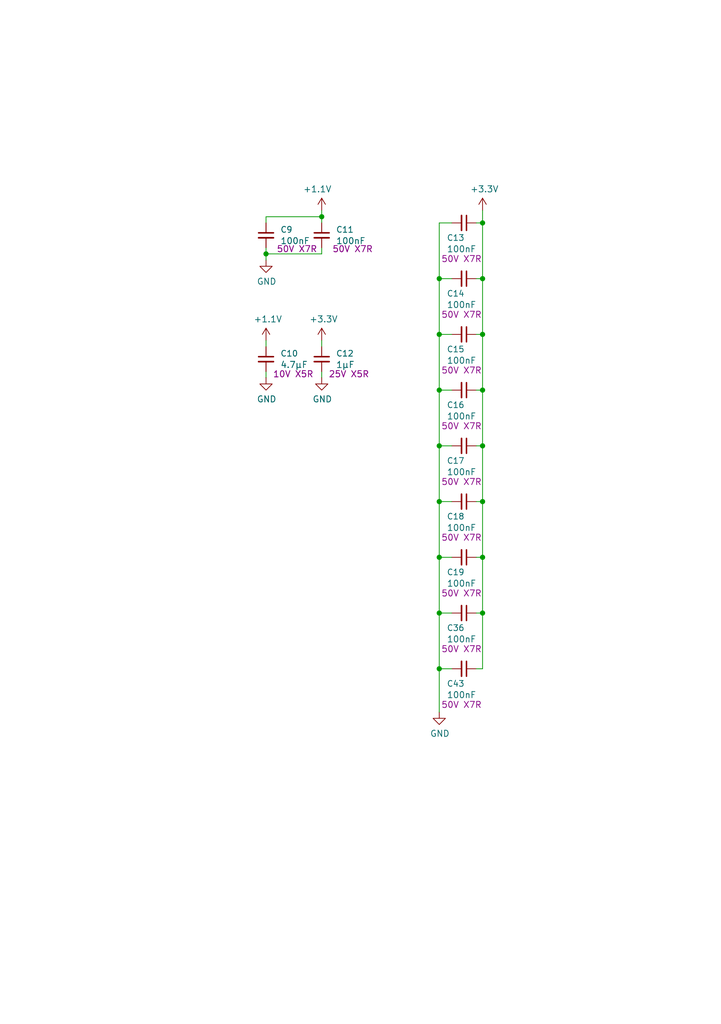
<source format=kicad_sch>
(kicad_sch (version 20250114) (generator "eeschema") (generator_version "9.0")
  (paper "A5" portrait)
  (title_block (title "GBSCSI2 Common Platform Core - RP2350 Decoupling") (date "2026-02-01") (rev "2.0") (comment 1 "Drawn by George R. M."))
  (lib_symbols
    (symbol "Device:C_Small" (pin_numbers (hide yes)) (pin_names (offset 0.254) (hide yes))
      (property "Reference" "C" (at 0.254 1.778 0))
      (property "Value" "C_Small" (at 0.254 -2.032 0))
      (symbol "C_Small_0_1"
        (polyline (pts (xy -1.524 0.508) (xy 1.524 0.508)) (stroke (width 0.3048)))
        (polyline (pts (xy -1.524 -0.508) (xy 1.524 -0.508)) (stroke (width 0.3302)))
      )
      (symbol "C_Small_1_1"
        (pin passive line (at 0 2.54 270) (length 2.032) (name "~") (number "1"))
        (pin passive line (at 0 -2.54 90) (length 2.032) (name "~") (number "2"))
      )
    )
    (symbol "power:+1V1" (power) (pin_names (offset 0))
      (property "Value" "+1V1" (at 0 3.556 0))
      (symbol "+1V1_0_1"
        (polyline (pts (xy -0.762 1.27) (xy 0 2.54)))
        (polyline (pts (xy 0 2.54) (xy 0.762 1.27)))
        (polyline (pts (xy 0 0) (xy 0 2.54)))
      )
      (symbol "+1V1_1_1"
        (pin power_in line (at 0 0 90) (length 0) (hide yes) (name "+1V1") (number "1"))
      )
    )
    (symbol "power:+3V3" (power) (pin_names (offset 0))
      (property "Value" "+3V3" (at 0 3.556 0))
      (symbol "+3V3_0_1"
        (polyline (pts (xy -0.762 1.27) (xy 0 2.54)))
        (polyline (pts (xy 0 2.54) (xy 0.762 1.27)))
        (polyline (pts (xy 0 0) (xy 0 2.54)))
      )
      (symbol "+3V3_1_1"
        (pin power_in line (at 0 0 90) (length 0) (hide yes) (name "+3V3") (number "1"))
      )
    )
    (symbol "power:GND" (power) (pin_numbers (hide yes)) (pin_names (offset 0) (hide yes))
      (property "Value" "GND" (at 0 -3.81 0))
      (symbol "GND_0_1"
        (polyline (pts (xy 0 0) (xy 0 -1.27) (xy 1.27 -1.27) (xy 0 -2.54) (xy -1.27 -1.27) (xy 0 -1.27)))
      )
      (symbol "GND_1_1"
        (pin power_in line (at 0 0 270) (length 0) (name "~") (number "1"))
      )
    )
  )
  (junction (at 99.06 114.3))
  (junction (at 99.06 45.72))
  (junction (at 90.17 68.58))
  (junction (at 99.06 91.44))
  (junction (at 99.06 80.01))
  (junction (at 90.17 114.3))
  (junction (at 99.06 68.58))
  (junction (at 90.17 80.01))
  (junction (at 90.17 57.15))
  (junction (at 99.06 125.73))
  (junction (at 99.06 102.87))
  (junction (at 90.17 137.16))
  (junction (at 54.61 52.07))
  (junction (at 90.17 91.44))
  (junction (at 90.17 125.73))
  (junction (at 99.06 57.15))
  (junction (at 66.04 44.45))
  (junction (at 90.17 102.87))
  (wire (pts (xy 99.06 43.18) (xy 99.06 45.72)))
  (wire (pts (xy 92.71 68.58) (xy 90.17 68.58)))
  (wire (pts (xy 90.17 137.16) (xy 90.17 146.05)))
  (wire (pts (xy 54.61 45.72) (xy 54.61 44.45)))
  (wire (pts (xy 66.04 76.2) (xy 66.04 77.47)))
  (wire (pts (xy 97.79 45.72) (xy 99.06 45.72)))
  (wire (pts (xy 90.17 91.44) (xy 90.17 102.87)))
  (wire (pts (xy 97.79 57.15) (xy 99.06 57.15)))
  (wire (pts (xy 66.04 71.12) (xy 66.04 69.85)))
  (wire (pts (xy 97.79 137.16) (xy 99.06 137.16)))
  (wire (pts (xy 92.71 45.72) (xy 90.17 45.72)))
  (wire (pts (xy 54.61 71.12) (xy 54.61 69.85)))
  (wire (pts (xy 54.61 44.45) (xy 66.04 44.45)))
  (wire (pts (xy 99.06 68.58) (xy 99.06 80.01)))
  (wire (pts (xy 90.17 102.87) (xy 90.17 114.3)))
  (wire (pts (xy 99.06 102.87) (xy 99.06 114.3)))
  (wire (pts (xy 99.06 57.15) (xy 99.06 68.58)))
  (wire (pts (xy 90.17 68.58) (xy 90.17 57.15)))
  (wire (pts (xy 92.71 91.44) (xy 90.17 91.44)))
  (wire (pts (xy 54.61 52.07) (xy 66.04 52.07)))
  (wire (pts (xy 90.17 137.16) (xy 92.71 137.16)))
  (wire (pts (xy 97.79 80.01) (xy 99.06 80.01)))
  (wire (pts (xy 97.79 68.58) (xy 99.06 68.58)))
  (wire (pts (xy 54.61 52.07) (xy 54.61 53.34)))
  (wire (pts (xy 92.71 80.01) (xy 90.17 80.01)))
  (wire (pts (xy 99.06 114.3) (xy 99.06 125.73)))
  (wire (pts (xy 97.79 114.3) (xy 99.06 114.3)))
  (wire (pts (xy 99.06 125.73) (xy 99.06 137.16)))
  (wire (pts (xy 97.79 102.87) (xy 99.06 102.87)))
  (wire (pts (xy 90.17 91.44) (xy 90.17 80.01)))
  (wire (pts (xy 92.71 57.15) (xy 90.17 57.15)))
  (wire (pts (xy 90.17 80.01) (xy 90.17 68.58)))
  (wire (pts (xy 90.17 125.73) (xy 90.17 137.16)))
  (wire (pts (xy 97.79 125.73) (xy 99.06 125.73)))
  (wire (pts (xy 54.61 50.8) (xy 54.61 52.07)))
  (wire (pts (xy 90.17 57.15) (xy 90.17 45.72)))
  (wire (pts (xy 90.17 114.3) (xy 90.17 125.73)))
  (wire (pts (xy 99.06 91.44) (xy 99.06 102.87)))
  (wire (pts (xy 99.06 45.72) (xy 99.06 57.15)))
  (wire (pts (xy 90.17 125.73) (xy 92.71 125.73)))
  (wire (pts (xy 54.61 76.2) (xy 54.61 77.47)))
  (wire (pts (xy 92.71 102.87) (xy 90.17 102.87)))
  (wire (pts (xy 66.04 45.72) (xy 66.04 44.45)))
  (wire (pts (xy 66.04 43.18) (xy 66.04 44.45)))
  (wire (pts (xy 99.06 80.01) (xy 99.06 91.44)))
  (wire (pts (xy 66.04 52.07) (xy 66.04 50.8)))
  (wire (pts (xy 92.71 114.3) (xy 90.17 114.3)))
  (wire (pts (xy 97.79 91.44) (xy 99.06 91.44)))
  (symbol (lib_id "Device:C_Small") (at 66.04 73.66 0) (unit 1)
    (property "Reference" "C12" (at 68.961 72.4916 0) (effects (font (size 1.2 1.2)) (justify left)))
    (property "Value" "1μF" (at 68.961 74.803 0) (effects (justify left)))
    (property "Footprint" "Capacitor_SMD:C_0402_1005Metric" (effects (hide yes)))
    (property "LCSC" "C52923" (effects (hide yes)))
    (property "Preferred MPN" "CL05A105KA5NQNC" (effects (hide yes)))
    (property "Alternate Part Number" "GRM155R61E105KA12D" (effects (hide yes)))
    (property "Nominal Preferred Characteristics" "25V X5R" (at 71.628 76.708 0))
    (property "Case/Package" "0402" (effects (hide yes)))
    (property "Dimensions" "1.0x0.5mm" (effects (hide yes)))
  )
  (symbol (lib_id "power:+1V1") (at 54.61 69.85 0) (unit 1)
    (property "Reference" "#PWR035" (effects (hide yes)))
    (property "Value" "+1.1V" (at 54.991 65.4558 0))
  )
  (symbol (lib_id "power:+3V3") (at 66.04 69.85 0) (unit 1)
    (property "Reference" "#PWR038" (effects (hide yes)))
    (property "Value" "+3.3V" (at 66.421 65.4558 0))
  )
  (symbol (lib_id "power:+1V1") (at 66.04 43.18 0) (unit 1)
    (property "Reference" "#PWR037" (effects (hide yes)))
    (property "Value" "+1.1V" (at 65.151 38.7858 0))
  )
  (symbol (lib_id "power:GND") (at 54.61 53.34 0) (unit 1)
    (property "Reference" "#PWR034" (effects (hide yes)))
    (property "Value" "GND" (at 54.737 57.7342 0))
  )
  (symbol (lib_id "Device:C_Small") (at 54.61 48.26 0) (unit 1)
    (property "Reference" "C9" (at 57.531 47.0916 0) (effects (font (size 1.2 1.2)) (justify left)))
    (property "Value" "100nF" (at 57.531 49.403 0) (effects (justify left)))
    (property "Footprint" "Capacitor_SMD:C_0402_1005Metric" (effects (hide yes)))
    (property "LCSC" "C307331" (effects (hide yes)))
    (property "Preferred MPN" "CL05B104KB54PNC" (effects (hide yes)))
    (property "Alternate Part Number" "GRM155R71H104KE14D" (effects (hide yes)))
    (property "Nominal Preferred Characteristics" "50V X7R" (at 60.96 51.054 0))
    (property "Case/Package" "0402" (effects (hide yes)))
    (property "Dimensions" "1.0x0.5mm" (effects (hide yes)))
  )
  (symbol (lib_id "Device:C_Small") (at 66.04 48.26 0) (unit 1)
    (property "Reference" "C11" (at 68.961 47.0916 0) (effects (font (size 1.2 1.2)) (justify left)))
    (property "Value" "100nF" (at 68.961 49.403 0) (effects (justify left)))
    (property "Footprint" "Capacitor_SMD:C_0402_1005Metric" (effects (hide yes)))
    (property "LCSC" "C307331" (effects (hide yes)))
    (property "Preferred MPN" "CL05B104KB54PNC" (effects (hide yes)))
    (property "Alternate Part Number" "GRM155R71H104KE14D" (effects (hide yes)))
    (property "Nominal Preferred Characteristics" "50V X7R" (at 72.39 51.054 0))
    (property "Case/Package" "0402" (effects (hide yes)))
    (property "Dimensions" "1.0x0.5mm" (effects (hide yes)))
  )
  (symbol (lib_id "Device:C_Small") (at 95.25 57.15 270) (unit 1)
    (property "Reference" "C14" (at 91.694 60.198 90) (effects (font (size 1.2 1.2)) (justify left)))
    (property "Value" "100nF" (at 91.694 62.5094 90) (effects (justify left)))
    (property "Footprint" "Capacitor_SMD:C_0402_1005Metric" (effects (hide yes)))
    (property "LCSC" "C307331" (effects (hide yes)))
    (property "Preferred MPN" "CL05B104KB54PNC" (effects (hide yes)))
    (property "Alternate Part Number" "GRM155R71H104KE14D" (effects (hide yes)))
    (property "Nominal Preferred Characteristics" "50V X7R" (at 94.742 64.516 90))
    (property "Case/Package" "0402" (effects (hide yes)))
    (property "Dimensions" "1.0x0.5mm" (effects (hide yes)))
  )
  (symbol (lib_id "Device:C_Small") (at 95.25 102.87 270) (unit 1)
    (property "Reference" "C18" (at 91.694 105.918 90) (effects (font (size 1.2 1.2)) (justify left)))
    (property "Value" "100nF" (at 91.694 108.2294 90) (effects (justify left)))
    (property "Footprint" "Capacitor_SMD:C_0402_1005Metric" (effects (hide yes)))
    (property "LCSC" "C307331" (effects (hide yes)))
    (property "Preferred MPN" "CL05B104KB54PNC" (effects (hide yes)))
    (property "Alternate Part Number" "GRM155R71H104KE14D" (effects (hide yes)))
    (property "Nominal Preferred Characteristics" "50V X7R" (at 94.742 110.236 90))
    (property "Case/Package" "0402" (effects (hide yes)))
    (property "Dimensions" "1.0x0.5mm" (effects (hide yes)))
  )
  (symbol (lib_id "Device:C_Small") (at 95.25 80.01 270) (unit 1)
    (property "Reference" "C16" (at 91.694 83.058 90) (effects (font (size 1.2 1.2)) (justify left)))
    (property "Value" "100nF" (at 91.694 85.3694 90) (effects (justify left)))
    (property "Footprint" "Capacitor_SMD:C_0402_1005Metric" (effects (hide yes)))
    (property "LCSC" "C307331" (effects (hide yes)))
    (property "Preferred MPN" "CL05B104KB54PNC" (effects (hide yes)))
    (property "Alternate Part Number" "GRM155R71H104KE14D" (effects (hide yes)))
    (property "Nominal Preferred Characteristics" "50V X7R" (at 94.742 87.376 90))
    (property "Case/Package" "0402" (effects (hide yes)))
    (property "Dimensions" "1.0x0.5mm" (effects (hide yes)))
  )
  (symbol (lib_id "Device:C_Small") (at 95.25 125.73 270) (unit 1)
    (property "Reference" "C36" (at 91.694 128.778 90) (effects (font (size 1.2 1.2)) (justify left)))
    (property "Value" "100nF" (at 91.694 131.0894 90) (effects (justify left)))
    (property "Footprint" "Capacitor_SMD:C_0402_1005Metric" (effects (hide yes)))
    (property "LCSC" "C307331" (effects (hide yes)))
    (property "Preferred MPN" "CL05B104KB54PNC" (effects (hide yes)))
    (property "Alternate Part Number" "GRM155R71H104KE14D" (effects (hide yes)))
    (property "Nominal Preferred Characteristics" "50V X7R" (at 94.742 133.096 90))
    (property "Case/Package" "0402" (effects (hide yes)))
    (property "Dimensions" "1.0x0.5mm" (effects (hide yes)))
  )
  (symbol (lib_id "power:GND") (at 90.17 146.05 0) (unit 1)
    (property "Reference" "#PWR040" (effects (hide yes)))
    (property "Value" "GND" (at 90.297 150.4442 0))
  )
  (symbol (lib_id "Device:C_Small") (at 54.61 73.66 0) (unit 1)
    (property "Reference" "C10" (at 57.531 72.4916 0) (effects (font (size 1.2 1.2)) (justify left)))
    (property "Value" "4.7μF" (at 57.531 74.803 0) (effects (justify left)))
    (property "Footprint" "Capacitor_SMD:C_0402_1005Metric" (effects (hide yes)))
    (property "LCSC" "C23733" (effects (hide yes)))
    (property "Preferred MPN" "CL05A475MP5NRNC" (effects (hide yes)))
    (property "Alternate Part Number" "GRM155R61E475ME15D" (effects (hide yes)))
    (property "Nominal Preferred Characteristics" "10V X5R" (at 60.198 76.708 0))
    (property "Case/Package" "0402" (effects (hide yes)))
    (property "Dimensions" "1.0x0.5mm" (effects (hide yes)))
  )
  (symbol (lib_id "power:GND") (at 66.04 77.47 0) (unit 1)
    (property "Reference" "#PWR039" (effects (hide yes)))
    (property "Value" "GND" (at 66.167 81.8642 0))
  )
  (symbol (lib_id "Device:C_Small") (at 95.25 45.72 270) (unit 1)
    (property "Reference" "C13" (at 91.694 48.768 90) (effects (font (size 1.2 1.2)) (justify left)))
    (property "Value" "100nF" (at 91.694 51.0794 90) (effects (justify left)))
    (property "Footprint" "Capacitor_SMD:C_0402_1005Metric" (effects (hide yes)))
    (property "LCSC" "C307331" (effects (hide yes)))
    (property "Preferred MPN" "CL05B104KB54PNC" (effects (hide yes)))
    (property "Alternate Part Number" "GRM155R71H104KE14D" (effects (hide yes)))
    (property "Nominal Preferred Characteristics" "50V X7R" (at 94.742 53.086 90))
    (property "Case/Package" "0402" (effects (hide yes)))
    (property "Dimensions" "1.0x0.5mm" (effects (hide yes)))
  )
  (symbol (lib_id "Device:C_Small") (at 95.25 114.3 270) (unit 1)
    (property "Reference" "C19" (at 91.694 117.348 90) (effects (font (size 1.2 1.2)) (justify left)))
    (property "Value" "100nF" (at 91.694 119.6594 90) (effects (justify left)))
    (property "Footprint" "Capacitor_SMD:C_0402_1005Metric" (effects (hide yes)))
    (property "LCSC" "C307331" (effects (hide yes)))
    (property "Preferred MPN" "CL05B104KB54PNC" (effects (hide yes)))
    (property "Alternate Part Number" "GRM155R71H104KE14D" (effects (hide yes)))
    (property "Nominal Preferred Characteristics" "50V X7R" (at 94.742 121.666 90))
    (property "Case/Package" "0402" (effects (hide yes)))
    (property "Dimensions" "1.0x0.5mm" (effects (hide yes)))
  )
  (symbol (lib_id "power:GND") (at 54.61 77.47 0) (unit 1)
    (property "Reference" "#PWR036" (effects (hide yes)))
    (property "Value" "GND" (at 54.737 81.8642 0))
  )
  (symbol (lib_id "power:+3V3") (at 99.06 43.18 0) (unit 1)
    (property "Reference" "#PWR041" (effects (hide yes)))
    (property "Value" "+3.3V" (at 99.441 38.7858 0))
  )
  (symbol (lib_id "Device:C_Small") (at 95.25 91.44 270) (unit 1)
    (property "Reference" "C17" (at 91.694 94.488 90) (effects (font (size 1.2 1.2)) (justify left)))
    (property "Value" "100nF" (at 91.694 96.7994 90) (effects (justify left)))
    (property "Footprint" "Capacitor_SMD:C_0402_1005Metric" (effects (hide yes)))
    (property "LCSC" "C307331" (effects (hide yes)))
    (property "Preferred MPN" "CL05B104KB54PNC" (effects (hide yes)))
    (property "Alternate Part Number" "GRM155R71H104KE14D" (effects (hide yes)))
    (property "Nominal Preferred Characteristics" "50V X7R" (at 94.742 98.806 90))
    (property "Case/Package" "0402" (effects (hide yes)))
    (property "Dimensions" "1.0x0.5mm" (effects (hide yes)))
  )
  (symbol (lib_id "Device:C_Small") (at 95.25 137.16 270) (unit 1)
    (property "Reference" "C43" (at 91.694 140.208 90) (effects (font (size 1.2 1.2)) (justify left)))
    (property "Value" "100nF" (at 91.694 142.5194 90) (effects (justify left)))
    (property "Footprint" "Capacitor_SMD:C_0402_1005Metric" (effects (hide yes)))
    (property "LCSC" "C307331" (effects (hide yes)))
    (property "Preferred MPN" "CL05B104KB54PNC" (effects (hide yes)))
    (property "Alternate Part Number" "GRM155R71H104KE14D" (effects (hide yes)))
    (property "Nominal Preferred Characteristics" "50V X7R" (at 94.742 144.526 90))
    (property "Case/Package" "0402" (effects (hide yes)))
    (property "Dimensions" "1.0x0.5mm" (effects (hide yes)))
  )
  (symbol (lib_id "Device:C_Small") (at 95.25 68.58 270) (unit 1)
    (property "Reference" "C15" (at 91.694 71.628 90) (effects (font (size 1.2 1.2)) (justify left)))
    (property "Value" "100nF" (at 91.694 73.9394 90) (effects (justify left)))
    (property "Footprint" "Capacitor_SMD:C_0402_1005Metric" (effects (hide yes)))
    (property "LCSC" "C307331" (effects (hide yes)))
    (property "Preferred MPN" "CL05B104KB54PNC" (effects (hide yes)))
    (property "Alternate Part Number" "GRM155R71H104KE14D" (effects (hide yes)))
    (property "Nominal Preferred Characteristics" "50V X7R" (at 94.742 75.946 90))
    (property "Case/Package" "0402" (effects (hide yes)))
    (property "Dimensions" "1.0x0.5mm" (effects (hide yes)))
  )
)
</source>
